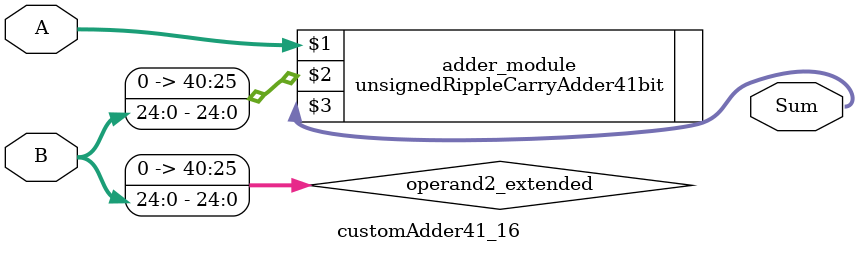
<source format=v>
module customAdder41_16(
                        input [40 : 0] A,
                        input [24 : 0] B,
                        
                        output [41 : 0] Sum
                );

        wire [40 : 0] operand2_extended;
        
        assign operand2_extended =  {16'b0, B};
        
        unsignedRippleCarryAdder41bit adder_module(
            A,
            operand2_extended,
            Sum
        );
        
        endmodule
        
</source>
